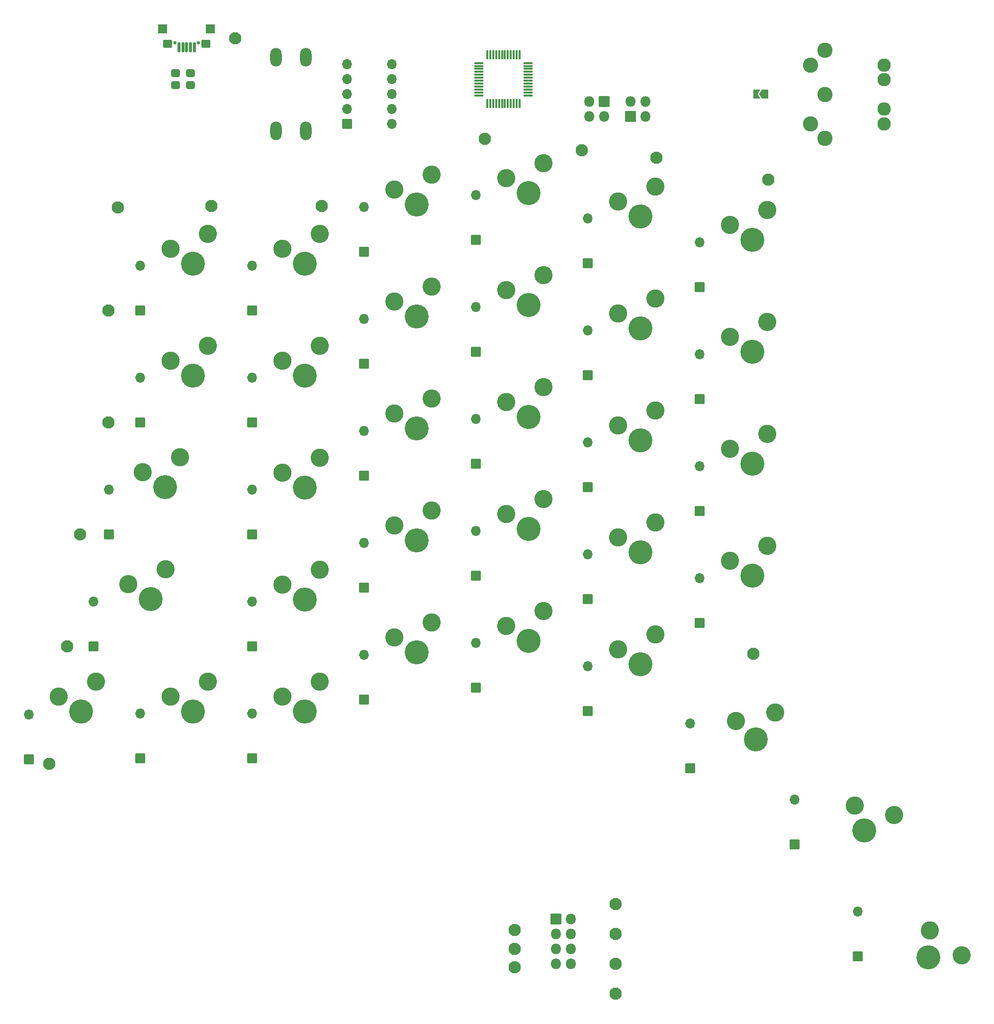
<source format=gbr>
%TF.GenerationSoftware,KiCad,Pcbnew,(6.0.0)*%
%TF.CreationDate,2021-12-31T20:21:35-08:00*%
%TF.ProjectId,thumbler_left,7468756d-626c-4657-925f-6c6566742e6b,rev?*%
%TF.SameCoordinates,Original*%
%TF.FileFunction,Soldermask,Top*%
%TF.FilePolarity,Negative*%
%FSLAX46Y46*%
G04 Gerber Fmt 4.6, Leading zero omitted, Abs format (unit mm)*
G04 Created by KiCad (PCBNEW (6.0.0)) date 2021-12-31 20:21:35*
%MOMM*%
%LPD*%
G01*
G04 APERTURE LIST*
G04 Aperture macros list*
%AMRoundRect*
0 Rectangle with rounded corners*
0 $1 Rounding radius*
0 $2 $3 $4 $5 $6 $7 $8 $9 X,Y pos of 4 corners*
0 Add a 4 corners polygon primitive as box body*
4,1,4,$2,$3,$4,$5,$6,$7,$8,$9,$2,$3,0*
0 Add four circle primitives for the rounded corners*
1,1,$1+$1,$2,$3*
1,1,$1+$1,$4,$5*
1,1,$1+$1,$6,$7*
1,1,$1+$1,$8,$9*
0 Add four rect primitives between the rounded corners*
20,1,$1+$1,$2,$3,$4,$5,0*
20,1,$1+$1,$4,$5,$6,$7,0*
20,1,$1+$1,$6,$7,$8,$9,0*
20,1,$1+$1,$8,$9,$2,$3,0*%
%AMFreePoly0*
4,1,16,0.535355,0.785355,0.541603,0.777735,1.041603,0.027735,1.049029,-0.009806,1.041603,-0.027735,0.541603,-0.777735,0.509806,-0.799029,0.500000,-0.800000,-0.500000,-0.800000,-0.535355,-0.785355,-0.550000,-0.750000,-0.550000,0.750000,-0.535355,0.785355,-0.500000,0.800000,0.500000,0.800000,0.535355,0.785355,0.535355,0.785355,$1*%
%AMFreePoly1*
4,1,16,0.535355,0.785355,0.550000,0.750000,0.550000,-0.750000,0.535355,-0.785355,0.500000,-0.800000,-0.650000,-0.800000,-0.685355,-0.785355,-0.700000,-0.750000,-0.691603,-0.722265,-0.210093,0.000000,-0.691603,0.722265,-0.699029,0.759806,-0.677735,0.791603,-0.650000,0.800000,0.500000,0.800000,0.535355,0.785355,0.535355,0.785355,$1*%
G04 Aperture macros list end*
%ADD10C,3.100000*%
%ADD11C,4.087800*%
%ADD12RoundRect,0.050000X0.800000X-0.800000X0.800000X0.800000X-0.800000X0.800000X-0.800000X-0.800000X0*%
%ADD13O,1.700000X1.700000*%
%ADD14C,2.601600*%
%ADD15C,2.286000*%
%ADD16RoundRect,0.050000X-0.850000X0.850000X-0.850000X-0.850000X0.850000X-0.850000X0.850000X0.850000X0*%
%ADD17O,1.800000X1.800000*%
%ADD18RoundRect,0.299999X0.450001X-0.350001X0.450001X0.350001X-0.450001X0.350001X-0.450001X-0.350001X0*%
%ADD19RoundRect,0.299999X-0.450001X0.350001X-0.450001X-0.350001X0.450001X-0.350001X0.450001X0.350001X0*%
%ADD20C,2.100000*%
%ADD21RoundRect,0.125000X-0.075000X0.662500X-0.075000X-0.662500X0.075000X-0.662500X0.075000X0.662500X0*%
%ADD22RoundRect,0.125000X-0.662500X0.075000X-0.662500X-0.075000X0.662500X-0.075000X0.662500X0.075000X0*%
%ADD23FreePoly0,180.000000*%
%ADD24FreePoly1,180.000000*%
%ADD25RoundRect,0.050000X0.850000X-0.850000X0.850000X0.850000X-0.850000X0.850000X-0.850000X-0.850000X0*%
%ADD26C,0.600000*%
%ADD27RoundRect,0.050000X-0.200000X-0.800000X0.200000X-0.800000X0.200000X0.800000X-0.200000X0.800000X0*%
%ADD28RoundRect,0.050000X-0.700000X-0.750000X0.700000X-0.750000X0.700000X0.750000X-0.700000X0.750000X0*%
%ADD29RoundRect,0.050000X-0.700000X-0.600000X0.700000X-0.600000X0.700000X0.600000X-0.700000X0.600000X0*%
%ADD30RoundRect,0.050000X-0.850000X-0.850000X0.850000X-0.850000X0.850000X0.850000X-0.850000X0.850000X0*%
%ADD31O,1.950000X3.148000*%
%ADD32RoundRect,0.050000X-0.800000X-0.800000X0.800000X-0.800000X0.800000X0.800000X-0.800000X0.800000X0*%
G04 APERTURE END LIST*
D10*
%TO.C,S1*%
X93796000Y-251711000D03*
D11*
X97606000Y-254251000D03*
D10*
X100146000Y-249171000D03*
%TD*%
D11*
%TO.C,S4*%
X116653000Y-178046200D03*
D10*
X119193000Y-172966200D03*
X112843000Y-175506200D03*
%TD*%
D12*
%TO.C,D6*%
X107711000Y-186032200D03*
D13*
X107711000Y-178412200D03*
%TD*%
D12*
%TO.C,D3*%
X88701000Y-262394000D03*
D13*
X88701000Y-254774000D03*
%TD*%
D12*
%TO.C,D29*%
X201345800Y-263906000D03*
D13*
X201345800Y-256286000D03*
%TD*%
D12*
%TO.C,D30*%
X219075000Y-276860000D03*
D13*
X219075000Y-269240000D03*
%TD*%
D12*
%TO.C,D31*%
X229870000Y-295910000D03*
D13*
X229870000Y-288290000D03*
%TD*%
D14*
%TO.C,J4*%
X224315000Y-141769500D03*
X224315000Y-149269500D03*
X224315000Y-156769500D03*
X221815000Y-144269500D03*
X221815000Y-154269500D03*
D15*
X234315000Y-154269500D03*
X234315000Y-144269500D03*
X234315000Y-151769500D03*
X234315000Y-146769500D03*
%TD*%
D16*
%TO.C,J3*%
X186695000Y-150490000D03*
D17*
X186695000Y-153030000D03*
X184155000Y-150490000D03*
X184155000Y-153030000D03*
%TD*%
D18*
%TO.C,R1*%
X113665000Y-147685000D03*
X113665000Y-145685000D03*
%TD*%
D19*
%TO.C,R2*%
X116205000Y-145685000D03*
X116205000Y-147685000D03*
%TD*%
D10*
%TO.C,S27*%
X209159949Y-255891589D03*
D11*
X212471000Y-259054600D03*
D10*
X215854544Y-254492843D03*
%TD*%
D11*
%TO.C,S28*%
X230994898Y-274537771D03*
D10*
X236008071Y-271868296D03*
X229360635Y-270260285D03*
%TD*%
D11*
%TO.C,S29*%
X241870912Y-296116815D03*
D10*
X242165617Y-291547258D03*
X247540321Y-295776520D03*
%TD*%
D20*
%TO.C,TP2*%
X214630000Y-163816600D03*
%TD*%
%TO.C,TP3*%
X195580000Y-160020000D03*
%TD*%
%TO.C,TP4*%
X182880000Y-158750000D03*
%TD*%
%TO.C,TP5*%
X166370000Y-156845000D03*
%TD*%
%TO.C,TP7*%
X119816000Y-168275000D03*
%TD*%
%TO.C,TP10*%
X102290000Y-186067000D03*
%TD*%
%TO.C,TP11*%
X102290000Y-205117000D03*
%TD*%
%TO.C,TP12*%
X97464000Y-224155000D03*
%TD*%
%TO.C,TP13*%
X95250000Y-243205000D03*
%TD*%
%TO.C,TP14*%
X92202000Y-263144000D03*
%TD*%
%TO.C,TP9*%
X212090000Y-244475000D03*
%TD*%
%TO.C,TP15*%
X188595000Y-292100000D03*
%TD*%
%TO.C,TP16*%
X171450000Y-291465000D03*
%TD*%
%TO.C,TP17*%
X188595000Y-287020000D03*
%TD*%
%TO.C,TP18*%
X188595000Y-302260000D03*
%TD*%
%TO.C,TP19*%
X171450000Y-297815000D03*
%TD*%
%TO.C,TP20*%
X188595000Y-297180000D03*
%TD*%
%TO.C,TP21*%
X171450000Y-294640000D03*
%TD*%
D21*
%TO.C,U1*%
X172295000Y-142522500D03*
X171795000Y-142522500D03*
X171295000Y-142522500D03*
X170795000Y-142522500D03*
X170295000Y-142522500D03*
X169795000Y-142522500D03*
X169295000Y-142522500D03*
X168795000Y-142522500D03*
X168295000Y-142522500D03*
X167795000Y-142522500D03*
X167295000Y-142522500D03*
X166795000Y-142522500D03*
D22*
X165382500Y-143935000D03*
X165382500Y-144435000D03*
X165382500Y-144935000D03*
X165382500Y-145435000D03*
X165382500Y-145935000D03*
X165382500Y-146435000D03*
X165382500Y-146935000D03*
X165382500Y-147435000D03*
X165382500Y-147935000D03*
X165382500Y-148435000D03*
X165382500Y-148935000D03*
X165382500Y-149435000D03*
D21*
X166795000Y-150847500D03*
X167295000Y-150847500D03*
X167795000Y-150847500D03*
X168295000Y-150847500D03*
X168795000Y-150847500D03*
X169295000Y-150847500D03*
X169795000Y-150847500D03*
X170295000Y-150847500D03*
X170795000Y-150847500D03*
X171295000Y-150847500D03*
X171795000Y-150847500D03*
X172295000Y-150847500D03*
D22*
X173707500Y-149435000D03*
X173707500Y-148935000D03*
X173707500Y-148435000D03*
X173707500Y-147935000D03*
X173707500Y-147435000D03*
X173707500Y-146935000D03*
X173707500Y-146435000D03*
X173707500Y-145935000D03*
X173707500Y-145435000D03*
X173707500Y-144935000D03*
X173707500Y-144435000D03*
X173707500Y-143935000D03*
%TD*%
D23*
%TO.C,JP1*%
X214085000Y-149225000D03*
D24*
X212635000Y-149225000D03*
%TD*%
D25*
%TO.C,J2*%
X191135000Y-153035000D03*
D17*
X191135000Y-150495000D03*
X193675000Y-153035000D03*
X193675000Y-150495000D03*
%TD*%
D20*
%TO.C,TP6*%
X138612000Y-168275000D03*
%TD*%
D26*
%TO.C,J1*%
X117595400Y-140478000D03*
X113595400Y-140478000D03*
D27*
X116895400Y-141278000D03*
X116245400Y-141278000D03*
X115595400Y-141278000D03*
X114945400Y-141278000D03*
X114295400Y-141278000D03*
D28*
X119645400Y-138168000D03*
X111545400Y-138168000D03*
D29*
X112345400Y-140668000D03*
X118845400Y-140668000D03*
%TD*%
D20*
%TO.C,TP1*%
X123825000Y-139700000D03*
%TD*%
D10*
%TO.C,S7*%
X138243000Y-172966200D03*
X131893000Y-175506200D03*
D11*
X135703000Y-178046200D03*
%TD*%
D10*
%TO.C,S12*%
X150943000Y-165506200D03*
X157293000Y-162966200D03*
D11*
X154753000Y-168046200D03*
%TD*%
D10*
%TO.C,S17*%
X176343000Y-160966200D03*
D11*
X173803000Y-166046200D03*
D10*
X169993000Y-163506200D03*
%TD*%
D11*
%TO.C,S22*%
X192853000Y-170046200D03*
D10*
X195393000Y-164966200D03*
X189043000Y-167506200D03*
%TD*%
%TO.C,S30*%
X208093000Y-171506200D03*
X214443000Y-168966200D03*
D11*
X211903000Y-174046200D03*
%TD*%
D10*
%TO.C,S5*%
X119193000Y-192016200D03*
X112843000Y-194556200D03*
D11*
X116653000Y-197096200D03*
%TD*%
D10*
%TO.C,S8*%
X131893000Y-194556200D03*
X138243000Y-192016200D03*
D11*
X135703000Y-197096200D03*
%TD*%
D10*
%TO.C,S13*%
X150943000Y-184556200D03*
X157293000Y-182016200D03*
D11*
X154753000Y-187096200D03*
%TD*%
D10*
%TO.C,S18*%
X176343000Y-180016200D03*
D11*
X173803000Y-185096200D03*
D10*
X169993000Y-182556200D03*
%TD*%
%TO.C,S23*%
X189043000Y-186556200D03*
D11*
X192853000Y-189096200D03*
D10*
X195393000Y-184016200D03*
%TD*%
%TO.C,S31*%
X214443000Y-188016200D03*
X208093000Y-190556200D03*
D11*
X211903000Y-193096200D03*
%TD*%
D10*
%TO.C,S2*%
X108116516Y-213597880D03*
X114466516Y-211057880D03*
D11*
X111926516Y-216137880D03*
%TD*%
D10*
%TO.C,S9*%
X131893000Y-213606200D03*
X138243000Y-211066200D03*
D11*
X135703000Y-216146200D03*
%TD*%
%TO.C,S14*%
X154753000Y-206146200D03*
D10*
X157293000Y-201066200D03*
X150943000Y-203606200D03*
%TD*%
D11*
%TO.C,S19*%
X173803000Y-204146200D03*
D10*
X176343000Y-199066200D03*
X169993000Y-201606200D03*
%TD*%
%TO.C,S24*%
X195393000Y-203066200D03*
X189043000Y-205606200D03*
D11*
X192853000Y-208146200D03*
%TD*%
D10*
%TO.C,S32*%
X214443000Y-207066200D03*
X208093000Y-209606200D03*
D11*
X211903000Y-212146200D03*
%TD*%
D10*
%TO.C,S3*%
X112045456Y-230115156D03*
X105695456Y-232655156D03*
D11*
X109505456Y-235195156D03*
%TD*%
%TO.C,S10*%
X135703000Y-235196200D03*
D10*
X131893000Y-232656200D03*
X138243000Y-230116200D03*
%TD*%
D11*
%TO.C,S15*%
X154753000Y-225196200D03*
D10*
X157293000Y-220116200D03*
X150943000Y-222656200D03*
%TD*%
%TO.C,S20*%
X169993000Y-220656200D03*
D11*
X173803000Y-223196200D03*
D10*
X176343000Y-218116200D03*
%TD*%
D11*
%TO.C,S25*%
X192853000Y-227196200D03*
D10*
X189043000Y-224656200D03*
X195393000Y-222116200D03*
%TD*%
%TO.C,S33*%
X208093000Y-228656200D03*
X214443000Y-226116200D03*
D11*
X211903000Y-231196200D03*
%TD*%
%TO.C,S6*%
X116653000Y-254246200D03*
D10*
X112843000Y-251706200D03*
X119193000Y-249166200D03*
%TD*%
D11*
%TO.C,S11*%
X135703000Y-254246200D03*
D10*
X131893000Y-251706200D03*
X138243000Y-249166200D03*
%TD*%
%TO.C,S16*%
X150943000Y-241706200D03*
D11*
X154753000Y-244246200D03*
D10*
X157293000Y-239166200D03*
%TD*%
D11*
%TO.C,S21*%
X173803000Y-242246200D03*
D10*
X169993000Y-239706200D03*
X176343000Y-237166200D03*
%TD*%
%TO.C,S26*%
X189043000Y-243706200D03*
X195393000Y-241166200D03*
D11*
X192853000Y-246246200D03*
%TD*%
D12*
%TO.C,D9*%
X126761000Y-186032200D03*
D13*
X126761000Y-178412200D03*
%TD*%
D12*
%TO.C,D14*%
X145811000Y-176032200D03*
D13*
X145811000Y-168412200D03*
%TD*%
D12*
%TO.C,D19*%
X164861000Y-174032200D03*
D13*
X164861000Y-166412200D03*
%TD*%
D12*
%TO.C,D24*%
X183911000Y-178032200D03*
D13*
X183911000Y-170412200D03*
%TD*%
D12*
%TO.C,D32*%
X202961000Y-182032200D03*
D13*
X202961000Y-174412200D03*
%TD*%
D12*
%TO.C,D7*%
X107711000Y-205082200D03*
D13*
X107711000Y-197462200D03*
%TD*%
D12*
%TO.C,D10*%
X126761000Y-205082200D03*
D13*
X126761000Y-197462200D03*
%TD*%
D12*
%TO.C,D15*%
X145811000Y-195082200D03*
D13*
X145811000Y-187462200D03*
%TD*%
D12*
%TO.C,D20*%
X164861000Y-193082200D03*
D13*
X164861000Y-185462200D03*
%TD*%
D12*
%TO.C,D25*%
X183911000Y-197082200D03*
D13*
X183911000Y-189462200D03*
%TD*%
D12*
%TO.C,D33*%
X202961000Y-201082200D03*
D13*
X202961000Y-193462200D03*
%TD*%
D12*
%TO.C,D4*%
X102331600Y-224155000D03*
D13*
X102331600Y-216535000D03*
%TD*%
D12*
%TO.C,D11*%
X126761000Y-224132200D03*
D13*
X126761000Y-216512200D03*
%TD*%
D12*
%TO.C,D16*%
X145811000Y-214132200D03*
D13*
X145811000Y-206512200D03*
%TD*%
D12*
%TO.C,D21*%
X164861000Y-212132200D03*
D13*
X164861000Y-204512200D03*
%TD*%
D12*
%TO.C,D26*%
X183911000Y-216132200D03*
D13*
X183911000Y-208512200D03*
%TD*%
D12*
%TO.C,D34*%
X202961000Y-220132200D03*
D13*
X202961000Y-212512200D03*
%TD*%
D12*
%TO.C,D5*%
X99695000Y-243205000D03*
D13*
X99695000Y-235585000D03*
%TD*%
D12*
%TO.C,D12*%
X126761000Y-243182200D03*
D13*
X126761000Y-235562200D03*
%TD*%
D12*
%TO.C,D17*%
X145811000Y-233182200D03*
D13*
X145811000Y-225562200D03*
%TD*%
D12*
%TO.C,D22*%
X164861000Y-231182200D03*
D13*
X164861000Y-223562200D03*
%TD*%
D12*
%TO.C,D27*%
X183911000Y-235182200D03*
D13*
X183911000Y-227562200D03*
%TD*%
D12*
%TO.C,D35*%
X202961000Y-239182200D03*
D13*
X202961000Y-231562200D03*
%TD*%
D12*
%TO.C,D8*%
X107711000Y-262232200D03*
D13*
X107711000Y-254612200D03*
%TD*%
D12*
%TO.C,D13*%
X126761000Y-262232200D03*
D13*
X126761000Y-254612200D03*
%TD*%
D12*
%TO.C,D18*%
X145811000Y-252232200D03*
D13*
X145811000Y-244612200D03*
%TD*%
D12*
%TO.C,D23*%
X164861000Y-250232200D03*
D13*
X164861000Y-242612200D03*
%TD*%
D12*
%TO.C,D28*%
X183911000Y-254232200D03*
D13*
X183911000Y-246612200D03*
%TD*%
D20*
%TO.C,TP8*%
X103864800Y-168490200D03*
%TD*%
D30*
%TO.C,J9*%
X178435000Y-289560000D03*
D17*
X180975000Y-289560000D03*
X178435000Y-292100000D03*
X180975000Y-292100000D03*
X178435000Y-294640000D03*
X180975000Y-294640000D03*
X178435000Y-297180000D03*
X180975000Y-297180000D03*
%TD*%
D31*
%TO.C,SW1*%
X135850000Y-155465000D03*
X135850000Y-142965000D03*
X130850000Y-155465000D03*
X130850000Y-142965000D03*
%TD*%
D32*
%TO.C,SW2*%
X142925750Y-154294250D03*
D13*
X142925750Y-151754250D03*
X142925750Y-149214250D03*
X142925750Y-146674250D03*
X142925750Y-144134250D03*
X150545750Y-144134250D03*
X150545750Y-146674250D03*
X150545750Y-149214250D03*
X150545750Y-151754250D03*
X150545750Y-154294250D03*
%TD*%
M02*

</source>
